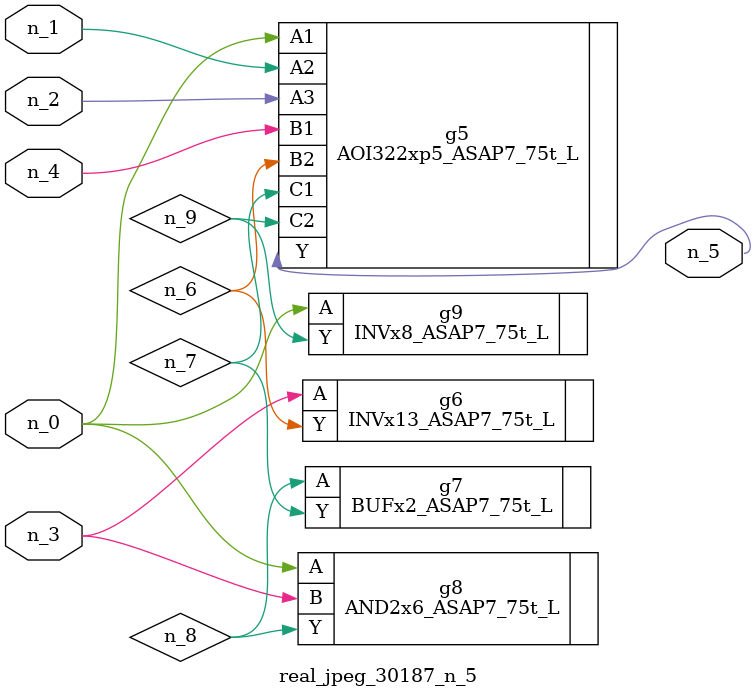
<source format=v>
module real_jpeg_30187_n_5 (n_4, n_0, n_1, n_2, n_3, n_5);

input n_4;
input n_0;
input n_1;
input n_2;
input n_3;

output n_5;

wire n_8;
wire n_6;
wire n_7;
wire n_9;

AOI322xp5_ASAP7_75t_L g5 ( 
.A1(n_0),
.A2(n_1),
.A3(n_2),
.B1(n_4),
.B2(n_6),
.C1(n_7),
.C2(n_9),
.Y(n_5)
);

AND2x6_ASAP7_75t_L g8 ( 
.A(n_0),
.B(n_3),
.Y(n_8)
);

INVx8_ASAP7_75t_L g9 ( 
.A(n_0),
.Y(n_9)
);

INVx13_ASAP7_75t_L g6 ( 
.A(n_3),
.Y(n_6)
);

BUFx2_ASAP7_75t_L g7 ( 
.A(n_8),
.Y(n_7)
);


endmodule
</source>
